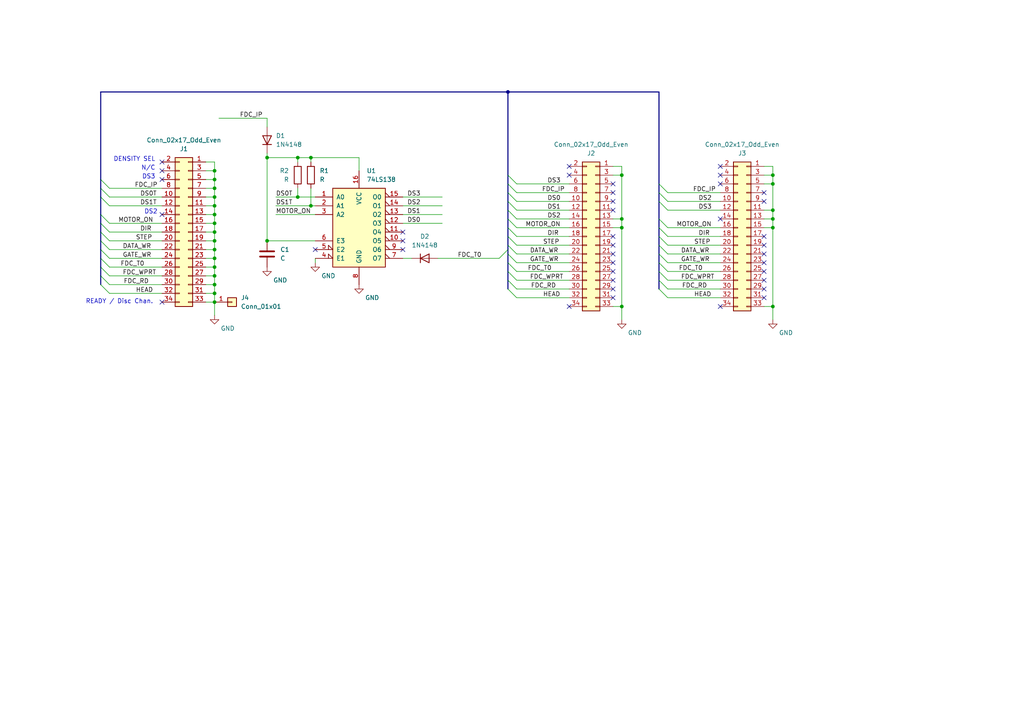
<source format=kicad_sch>
(kicad_sch (version 20230121) (generator eeschema)
  (paper "A4")
  (title_block (title "2 to 4 Disc Drive Adapter for Sinclair QL") (date "2024-01-16") (rev "00") (company "Alvaro Alea"))
  (lib_symbols
    (symbol "74xx:74LS138" (pin_names (offset 1.016))
      (property "Reference" "U" (at -7.62 11.43 0))
      (property "Value" "74LS138" (at -7.62 -13.97 0))
      (symbol "74LS138_1_0"
        (pin input line (at -12.7 7.62 0) (length 5.08) (name "A0") (number "1"))
        (pin output output_low (at 12.7 -5.08 180) (length 5.08) (name "O5") (number "10"))
        (pin output output_low (at 12.7 -2.54 180) (length 5.08) (name "O4") (number "11"))
        (pin output output_low (at 12.7 0 180) (length 5.08) (name "O3") (number "12"))
        (pin output output_low (at 12.7 2.54 180) (length 5.08) (name "O2") (number "13"))
        (pin output output_low (at 12.7 5.08 180) (length 5.08) (name "O1") (number "14"))
        (pin output output_low (at 12.7 7.62 180) (length 5.08) (name "O0") (number "15"))
        (pin power_in line (at 0 15.24 270) (length 5.08) (name "VCC") (number "16"))
        (pin input line (at -12.7 5.08 0) (length 5.08) (name "A1") (number "2"))
        (pin input line (at -12.7 2.54 0) (length 5.08) (name "A2") (number "3"))
        (pin input input_low (at -12.7 -10.16 0) (length 5.08) (name "E1") (number "4"))
        (pin input input_low (at -12.7 -7.62 0) (length 5.08) (name "E2") (number "5"))
        (pin input line (at -12.7 -5.08 0) (length 5.08) (name "E3") (number "6"))
        (pin output output_low (at 12.7 -10.16 180) (length 5.08) (name "O7") (number "7"))
        (pin power_in line (at 0 -17.78 90) (length 5.08) (name "GND") (number "8"))
        (pin output output_low (at 12.7 -7.62 180) (length 5.08) (name "O6") (number "9"))
      )
      (symbol "74LS138_1_1"
        (rectangle (start -7.62 10.16) (end 7.62 -12.7) (stroke (width 0.254)) (fill (type background)))
      )
    )
    (symbol "Connector_Generic:Conn_01x01" (pin_names (offset 1.016) hide)
      (property "Reference" "J" (at 0 2.54 0))
      (property "Value" "Conn_01x01" (at 0 -2.54 0))
      (symbol "Conn_01x01_1_1"
        (rectangle (start -1.27 0.127) (end 0 -0.127) (stroke (width 0.1524)))
        (rectangle (start -1.27 1.27) (end 1.27 -1.27) (stroke (width 0.254)) (fill (type background)))
        (pin passive line (at -5.08 0 0) (length 3.81) (name "Pin_1") (number "1"))
      )
    )
    (symbol "Connector_Generic:Conn_02x17_Odd_Even" (pin_names (offset 1.016) hide)
      (property "Reference" "J" (at 1.27 22.86 0))
      (property "Value" "Conn_02x17_Odd_Even" (at 1.27 -22.86 0))
      (symbol "Conn_02x17_Odd_Even_1_1"
        (rectangle (start -1.27 -20.193) (end 0 -20.447) (stroke (width 0.1524)))
        (rectangle (start -1.27 -17.653) (end 0 -17.907) (stroke (width 0.1524)))
        (rectangle (start -1.27 -15.113) (end 0 -15.367) (stroke (width 0.1524)))
        (rectangle (start -1.27 -12.573) (end 0 -12.827) (stroke (width 0.1524)))
        (rectangle (start -1.27 -10.033) (end 0 -10.287) (stroke (width 0.1524)))
        (rectangle (start -1.27 -7.493) (end 0 -7.747) (stroke (width 0.1524)))
        (rectangle (start -1.27 -4.953) (end 0 -5.207) (stroke (width 0.1524)))
        (rectangle (start -1.27 -2.413) (end 0 -2.667) (stroke (width 0.1524)))
        (rectangle (start -1.27 0.127) (end 0 -0.127) (stroke (width 0.1524)))
        (rectangle (start -1.27 2.667) (end 0 2.413) (stroke (width 0.1524)))
        (rectangle (start -1.27 5.207) (end 0 4.953) (stroke (width 0.1524)))
        (rectangle (start -1.27 7.747) (end 0 7.493) (stroke (width 0.1524)))
        (rectangle (start -1.27 10.287) (end 0 10.033) (stroke (width 0.1524)))
        (rectangle (start -1.27 12.827) (end 0 12.573) (stroke (width 0.1524)))
        (rectangle (start -1.27 15.367) (end 0 15.113) (stroke (width 0.1524)))
        (rectangle (start -1.27 17.907) (end 0 17.653) (stroke (width 0.1524)))
        (rectangle (start -1.27 20.447) (end 0 20.193) (stroke (width 0.1524)))
        (rectangle (start -1.27 21.59) (end 3.81 -21.59) (stroke (width 0.254)) (fill (type background)))
        (rectangle (start 3.81 -20.193) (end 2.54 -20.447) (stroke (width 0.1524)))
        (rectangle (start 3.81 -17.653) (end 2.54 -17.907) (stroke (width 0.1524)))
        (rectangle (start 3.81 -15.113) (end 2.54 -15.367) (stroke (width 0.1524)))
        (rectangle (start 3.81 -12.573) (end 2.54 -12.827) (stroke (width 0.1524)))
        (rectangle (start 3.81 -10.033) (end 2.54 -10.287) (stroke (width 0.1524)))
        (rectangle (start 3.81 -7.493) (end 2.54 -7.747) (stroke (width 0.1524)))
        (rectangle (start 3.81 -4.953) (end 2.54 -5.207) (stroke (width 0.1524)))
        (rectangle (start 3.81 -2.413) (end 2.54 -2.667) (stroke (width 0.1524)))
        (rectangle (start 3.81 0.127) (end 2.54 -0.127) (stroke (width 0.1524)))
        (rectangle (start 3.81 2.667) (end 2.54 2.413) (stroke (width 0.1524)))
        (rectangle (start 3.81 5.207) (end 2.54 4.953) (stroke (width 0.1524)))
        (rectangle (start 3.81 7.747) (end 2.54 7.493) (stroke (width 0.1524)))
        (rectangle (start 3.81 10.287) (end 2.54 10.033) (stroke (width 0.1524)))
        (rectangle (start 3.81 12.827) (end 2.54 12.573) (stroke (width 0.1524)))
        (rectangle (start 3.81 15.367) (end 2.54 15.113) (stroke (width 0.1524)))
        (rectangle (start 3.81 17.907) (end 2.54 17.653) (stroke (width 0.1524)))
        (rectangle (start 3.81 20.447) (end 2.54 20.193) (stroke (width 0.1524)))
        (pin passive line (at -5.08 20.32 0) (length 3.81) (name "Pin_1") (number "1"))
        (pin passive line (at 7.62 10.16 180) (length 3.81) (name "Pin_10") (number "10"))
        (pin passive line (at -5.08 7.62 0) (length 3.81) (name "Pin_11") (number "11"))
        (pin passive line (at 7.62 7.62 180) (length 3.81) (name "Pin_12") (number "12"))
        (pin passive line (at -5.08 5.08 0) (length 3.81) (name "Pin_13") (number "13"))
        (pin passive line (at 7.62 5.08 180) (length 3.81) (name "Pin_14") (number "14"))
        (pin passive line (at -5.08 2.54 0) (length 3.81) (name "Pin_15") (number "15"))
        (pin passive line (at 7.62 2.54 180) (length 3.81) (name "Pin_16") (number "16"))
        (pin passive line (at -5.08 0 0) (length 3.81) (name "Pin_17") (number "17"))
        (pin passive line (at 7.62 0 180) (length 3.81) (name "Pin_18") (number "18"))
        (pin passive line (at -5.08 -2.54 0) (length 3.81) (name "Pin_19") (number "19"))
        (pin passive line (at 7.62 20.32 180) (length 3.81) (name "Pin_2") (number "2"))
        (pin passive line (at 7.62 -2.54 180) (length 3.81) (name "Pin_20") (number "20"))
        (pin passive line (at -5.08 -5.08 0) (length 3.81) (name "Pin_21") (number "21"))
        (pin passive line (at 7.62 -5.08 180) (length 3.81) (name "Pin_22") (number "22"))
        (pin passive line (at -5.08 -7.62 0) (length 3.81) (name "Pin_23") (number "23"))
        (pin passive line (at 7.62 -7.62 180) (length 3.81) (name "Pin_24") (number "24"))
        (pin passive line (at -5.08 -10.16 0) (length 3.81) (name "Pin_25") (number "25"))
        (pin passive line (at 7.62 -10.16 180) (length 3.81) (name "Pin_26") (number "26"))
        (pin passive line (at -5.08 -12.7 0) (length 3.81) (name "Pin_27") (number "27"))
        (pin passive line (at 7.62 -12.7 180) (length 3.81) (name "Pin_28") (number "28"))
        (pin passive line (at -5.08 -15.24 0) (length 3.81) (name "Pin_29") (number "29"))
        (pin passive line (at -5.08 17.78 0) (length 3.81) (name "Pin_3") (number "3"))
        (pin passive line (at 7.62 -15.24 180) (length 3.81) (name "Pin_30") (number "30"))
        (pin passive line (at -5.08 -17.78 0) (length 3.81) (name "Pin_31") (number "31"))
        (pin passive line (at 7.62 -17.78 180) (length 3.81) (name "Pin_32") (number "32"))
        (pin passive line (at -5.08 -20.32 0) (length 3.81) (name "Pin_33") (number "33"))
        (pin passive line (at 7.62 -20.32 180) (length 3.81) (name "Pin_34") (number "34"))
        (pin passive line (at 7.62 17.78 180) (length 3.81) (name "Pin_4") (number "4"))
        (pin passive line (at -5.08 15.24 0) (length 3.81) (name "Pin_5") (number "5"))
        (pin passive line (at 7.62 15.24 180) (length 3.81) (name "Pin_6") (number "6"))
        (pin passive line (at -5.08 12.7 0) (length 3.81) (name "Pin_7") (number "7"))
        (pin passive line (at 7.62 12.7 180) (length 3.81) (name "Pin_8") (number "8"))
        (pin passive line (at -5.08 10.16 0) (length 3.81) (name "Pin_9") (number "9"))
      )
    )
    (symbol "Device:C" (pin_numbers hide) (pin_names (offset 0.254))
      (property "Reference" "C" (at 0.635 2.54 0))
      (property "Value" "C" (at 0.635 -2.54 0))
      (symbol "C_0_1"
        (polyline (pts (xy -2.032 -0.762) (xy 2.032 -0.762)) (stroke (width 0.508)))
        (polyline (pts (xy -2.032 0.762) (xy 2.032 0.762)) (stroke (width 0.508)))
      )
      (symbol "C_1_1"
        (pin passive line (at 0 3.81 270) (length 2.794) (name "~") (number "1"))
        (pin passive line (at 0 -3.81 90) (length 2.794) (name "~") (number "2"))
      )
    )
    (symbol "Device:R" (pin_numbers hide) (pin_names (offset 0))
      (property "Reference" "R" (at 2.032 0 90))
      (property "Value" "R" (at 0 0 90))
      (symbol "R_0_1"
        (rectangle (start -1.016 -2.54) (end 1.016 2.54) (stroke (width 0.254)))
      )
      (symbol "R_1_1"
        (pin passive line (at 0 3.81 270) (length 1.27) (name "~") (number "1"))
        (pin passive line (at 0 -3.81 90) (length 1.27) (name "~") (number "2"))
      )
    )
    (symbol "Diode:1N4148" (pin_numbers hide) (pin_names hide)
      (property "Reference" "D" (at 0 2.54 0))
      (property "Value" "1N4148" (at 0 -2.54 0))
      (symbol "1N4148_0_1"
        (polyline (pts (xy -1.27 1.27) (xy -1.27 -1.27)) (stroke (width 0.254)))
        (polyline (pts (xy 1.27 0) (xy -1.27 0)))
        (polyline (pts (xy 1.27 1.27) (xy 1.27 -1.27) (xy -1.27 0) (xy 1.27 1.27)) (stroke (width 0.254)))
      )
      (symbol "1N4148_1_1"
        (pin passive line (at -3.81 0 0) (length 2.54) (name "K") (number "1"))
        (pin passive line (at 3.81 0 180) (length 2.54) (name "A") (number "2"))
      )
    )
    (symbol "power:GND" (power) (pin_names (offset 0))
      (property "Value" "GND" (at 0 -3.81 0))
      (symbol "GND_0_1"
        (polyline (pts (xy 0 0) (xy 0 -1.27) (xy 1.27 -1.27) (xy 0 -2.54) (xy -1.27 -1.27) (xy 0 -1.27)))
      )
      (symbol "GND_1_1"
        (pin power_in line (at 0 0 270) (length 0) hide (name "GND") (number "1"))
      )
    )
  )
  (junction (at 62.23 54.61))
  (junction (at 86.36 57.15))
  (junction (at 180.34 63.5))
  (junction (at 77.47 69.85))
  (junction (at 147.32 26.67))
  (junction (at 62.23 67.31))
  (junction (at 224.155 66.04))
  (junction (at 224.155 88.9))
  (junction (at 62.23 57.15))
  (junction (at 224.155 63.5))
  (junction (at 62.23 72.39))
  (junction (at 180.34 88.9))
  (junction (at 224.155 53.34))
  (junction (at 62.23 87.63))
  (junction (at 224.155 60.96))
  (junction (at 62.23 49.53))
  (junction (at 224.155 50.8))
  (junction (at 62.23 77.47))
  (junction (at 62.23 64.77))
  (junction (at 90.17 45.72))
  (junction (at 86.36 45.72))
  (junction (at 62.23 74.93))
  (junction (at 62.23 59.69))
  (junction (at 62.23 80.01))
  (junction (at 62.23 52.07))
  (junction (at 90.17 59.69))
  (junction (at 62.23 69.85))
  (junction (at 77.47 45.72))
  (junction (at 62.23 82.55))
  (junction (at 62.23 62.23))
  (junction (at 180.34 50.8))
  (junction (at 180.34 66.04))
  (junction (at 62.23 85.09))
  (no_connect (at 208.915 63.5))
  (no_connect (at 221.615 73.66))
  (no_connect (at 116.84 69.85))
  (no_connect (at 221.615 76.2))
  (no_connect (at 177.8 73.66))
  (no_connect (at 221.615 58.42))
  (no_connect (at 177.8 58.42))
  (no_connect (at 46.99 49.53))
  (no_connect (at 221.615 68.58))
  (no_connect (at 221.615 55.88))
  (no_connect (at 46.99 46.99))
  (no_connect (at 177.8 60.96))
  (no_connect (at 46.99 52.07))
  (no_connect (at 116.84 67.31))
  (no_connect (at 208.915 48.26))
  (no_connect (at 165.1 88.9))
  (no_connect (at 221.615 81.28))
  (no_connect (at 221.615 86.36))
  (no_connect (at 208.915 50.8))
  (no_connect (at 177.8 83.82))
  (no_connect (at 177.8 53.34))
  (no_connect (at 221.615 71.12))
  (no_connect (at 91.44 72.39))
  (no_connect (at 177.8 81.28))
  (no_connect (at 208.915 88.9))
  (no_connect (at 46.99 87.63))
  (no_connect (at 165.1 50.8))
  (no_connect (at 221.615 83.82))
  (no_connect (at 46.99 62.23))
  (no_connect (at 177.8 55.88))
  (no_connect (at 221.615 78.74))
  (no_connect (at 177.8 76.2))
  (no_connect (at 177.8 71.12))
  (no_connect (at 177.8 68.58))
  (no_connect (at 116.84 72.39))
  (no_connect (at 177.8 86.36))
  (no_connect (at 165.1 48.26))
  (no_connect (at 208.915 53.34))
  (no_connect (at 177.8 78.74))
  (bus_entry (at 191.135 78.74) (size 2.54 2.54))
  (bus_entry (at 191.135 83.82) (size 2.54 2.54))
  (bus_entry (at 147.32 78.74) (size 2.54 2.54))
  (bus_entry (at 147.32 81.28) (size 2.54 2.54))
  (bus_entry (at 147.32 72.39) (size -2.54 2.54))
  (bus_entry (at 29.21 54.61) (size 2.54 2.54))
  (bus_entry (at 191.135 81.28) (size 2.54 2.54))
  (bus_entry (at 191.135 73.66) (size 2.54 2.54))
  (bus_entry (at 191.135 71.12) (size 2.54 2.54))
  (bus_entry (at 147.32 83.82) (size 2.54 2.54))
  (bus_entry (at 191.135 55.88) (size 2.54 2.54))
  (bus_entry (at 191.135 53.34) (size 2.54 2.54))
  (bus_entry (at 191.135 58.42) (size 2.54 2.54))
  (bus_entry (at 29.21 67.31) (size 2.54 2.54))
  (bus_entry (at 147.32 58.42) (size 2.54 2.54))
  (bus_entry (at 29.21 72.39) (size 2.54 2.54))
  (bus_entry (at 29.21 69.85) (size 2.54 2.54))
  (bus_entry (at 147.32 50.8) (size 2.54 2.54))
  (bus_entry (at 191.135 68.58) (size 2.54 2.54))
  (bus_entry (at 147.32 60.96) (size 2.54 2.54))
  (bus_entry (at 29.21 52.07) (size 2.54 2.54))
  (bus_entry (at 147.32 53.34) (size 2.54 2.54))
  (bus_entry (at 29.21 57.15) (size 2.54 2.54))
  (bus_entry (at 29.21 80.01) (size 2.54 2.54))
  (bus_entry (at 147.32 63.5) (size 2.54 2.54))
  (bus_entry (at 191.135 66.04) (size 2.54 2.54))
  (bus_entry (at 147.32 55.88) (size 2.54 2.54))
  (bus_entry (at 191.135 63.5) (size 2.54 2.54))
  (bus_entry (at 147.32 68.58) (size 2.54 2.54))
  (bus_entry (at 29.21 74.93) (size 2.54 2.54))
  (bus_entry (at 29.21 82.55) (size 2.54 2.54))
  (bus_entry (at 29.21 77.47) (size 2.54 2.54))
  (bus_entry (at 29.21 62.23) (size 2.54 2.54))
  (bus_entry (at 147.32 73.66) (size 2.54 2.54))
  (bus_entry (at 147.32 66.04) (size 2.54 2.54))
  (bus_entry (at 147.32 71.12) (size 2.54 2.54))
  (bus_entry (at 191.135 76.2) (size 2.54 2.54))
  (bus_entry (at 147.32 76.2) (size 2.54 2.54))
  (bus_entry (at 29.21 64.77) (size 2.54 2.54))
  (bus (pts (xy 29.21 26.67) (xy 29.21 52.07)))
  (wire (pts (xy 59.69 72.39) (xy 62.23 72.39)))
  (wire (pts (xy 63.5 34.29) (xy 77.47 34.29)))
  (bus (pts (xy 147.32 26.67) (xy 29.21 26.67)))
  (wire (pts (xy 193.675 55.88) (xy 208.915 55.88)))
  (bus (pts (xy 147.32 71.12) (xy 147.32 68.58)))
  (wire (pts (xy 31.75 67.31) (xy 46.99 67.31)))
  (wire (pts (xy 221.615 48.26) (xy 224.155 48.26)))
  (wire (pts (xy 221.615 60.96) (xy 224.155 60.96)))
  (wire (pts (xy 193.675 60.96) (xy 208.915 60.96)))
  (wire (pts (xy 177.8 50.8) (xy 180.34 50.8)))
  (wire (pts (xy 62.23 80.01) (xy 62.23 82.55)))
  (wire (pts (xy 224.155 53.34) (xy 224.155 60.96)))
  (wire (pts (xy 59.69 46.99) (xy 62.23 46.99)))
  (bus (pts (xy 191.135 55.88) (xy 191.135 53.34)))
  (bus (pts (xy 29.21 57.15) (xy 29.21 62.23)))
  (bus (pts (xy 191.135 66.04) (xy 191.135 63.5)))
  (wire (pts (xy 221.615 88.9) (xy 224.155 88.9)))
  (bus (pts (xy 191.135 58.42) (xy 191.135 55.88)))
  (bus (pts (xy 29.21 80.01) (xy 29.21 82.55)))
  (wire (pts (xy 77.47 44.45) (xy 77.47 45.72)))
  (wire (pts (xy 221.615 53.34) (xy 224.155 53.34)))
  (wire (pts (xy 149.86 58.42) (xy 165.1 58.42)))
  (wire (pts (xy 149.86 53.34) (xy 165.1 53.34)))
  (wire (pts (xy 104.14 45.72) (xy 104.14 49.53)))
  (wire (pts (xy 180.34 50.8) (xy 180.34 63.5)))
  (wire (pts (xy 149.86 83.82) (xy 165.1 83.82)))
  (wire (pts (xy 177.8 48.26) (xy 180.34 48.26)))
  (wire (pts (xy 193.675 68.58) (xy 208.915 68.58)))
  (wire (pts (xy 59.69 49.53) (xy 62.23 49.53)))
  (wire (pts (xy 77.47 69.85) (xy 77.47 45.72)))
  (bus (pts (xy 29.21 54.61) (xy 29.21 52.07)))
  (wire (pts (xy 116.84 64.77) (xy 128.27 64.77)))
  (bus (pts (xy 191.135 71.12) (xy 191.135 68.58)))
  (wire (pts (xy 62.23 69.85) (xy 62.23 67.31)))
  (wire (pts (xy 31.75 77.47) (xy 46.99 77.47)))
  (wire (pts (xy 86.36 57.15) (xy 91.44 57.15)))
  (wire (pts (xy 193.675 66.04) (xy 208.915 66.04)))
  (bus (pts (xy 29.21 80.01) (xy 29.21 77.47)))
  (bus (pts (xy 147.32 50.8) (xy 147.32 53.34)))
  (wire (pts (xy 149.86 63.5) (xy 165.1 63.5)))
  (wire (pts (xy 59.69 57.15) (xy 62.23 57.15)))
  (wire (pts (xy 31.75 57.15) (xy 46.99 57.15)))
  (wire (pts (xy 80.01 59.69) (xy 90.17 59.69)))
  (wire (pts (xy 31.75 85.09) (xy 46.99 85.09)))
  (wire (pts (xy 177.8 63.5) (xy 180.34 63.5)))
  (wire (pts (xy 149.86 55.88) (xy 165.1 55.88)))
  (wire (pts (xy 90.17 45.72) (xy 90.17 46.99)))
  (bus (pts (xy 147.32 71.12) (xy 147.32 72.39)))
  (bus (pts (xy 191.135 81.28) (xy 191.135 83.82)))
  (wire (pts (xy 59.69 59.69) (xy 62.23 59.69)))
  (bus (pts (xy 191.135 26.67) (xy 191.135 53.34)))
  (wire (pts (xy 224.155 60.96) (xy 224.155 63.5)))
  (wire (pts (xy 177.8 66.04) (xy 180.34 66.04)))
  (bus (pts (xy 147.32 55.88) (xy 147.32 53.34)))
  (wire (pts (xy 62.23 57.15) (xy 62.23 59.69)))
  (bus (pts (xy 147.32 60.96) (xy 147.32 63.5)))
  (bus (pts (xy 147.32 58.42) (xy 147.32 55.88)))
  (wire (pts (xy 31.75 64.77) (xy 46.99 64.77)))
  (wire (pts (xy 149.86 66.04) (xy 165.1 66.04)))
  (bus (pts (xy 147.32 81.28) (xy 147.32 83.82)))
  (wire (pts (xy 59.69 62.23) (xy 62.23 62.23)))
  (wire (pts (xy 62.23 49.53) (xy 62.23 52.07)))
  (bus (pts (xy 147.32 60.96) (xy 147.32 58.42)))
  (wire (pts (xy 149.86 73.66) (xy 165.1 73.66)))
  (bus (pts (xy 191.135 78.74) (xy 191.135 76.2)))
  (wire (pts (xy 149.86 76.2) (xy 165.1 76.2)))
  (wire (pts (xy 80.01 62.23) (xy 91.44 62.23)))
  (wire (pts (xy 59.69 80.01) (xy 62.23 80.01)))
  (wire (pts (xy 127 74.93) (xy 144.78 74.93)))
  (wire (pts (xy 224.155 66.04) (xy 224.155 88.9)))
  (bus (pts (xy 147.32 72.39) (xy 147.32 73.66)))
  (wire (pts (xy 59.69 64.77) (xy 62.23 64.77)))
  (wire (pts (xy 59.69 54.61) (xy 62.23 54.61)))
  (wire (pts (xy 31.75 74.93) (xy 46.99 74.93)))
  (wire (pts (xy 62.23 72.39) (xy 62.23 69.85)))
  (bus (pts (xy 191.135 76.2) (xy 191.135 73.66)))
  (wire (pts (xy 149.86 60.96) (xy 165.1 60.96)))
  (bus (pts (xy 191.135 81.28) (xy 191.135 78.74)))
  (wire (pts (xy 31.75 82.55) (xy 46.99 82.55)))
  (wire (pts (xy 116.84 62.23) (xy 128.27 62.23)))
  (wire (pts (xy 31.75 80.01) (xy 46.99 80.01)))
  (wire (pts (xy 224.155 66.04) (xy 224.155 63.5)))
  (wire (pts (xy 77.47 69.85) (xy 91.44 69.85)))
  (bus (pts (xy 147.32 66.04) (xy 147.32 63.5)))
  (bus (pts (xy 147.32 78.74) (xy 147.32 76.2)))
  (wire (pts (xy 180.34 66.04) (xy 180.34 63.5)))
  (wire (pts (xy 31.75 69.85) (xy 46.99 69.85)))
  (wire (pts (xy 180.34 48.26) (xy 180.34 50.8)))
  (bus (pts (xy 29.21 57.15) (xy 29.21 54.61)))
  (wire (pts (xy 77.47 45.72) (xy 86.36 45.72)))
  (wire (pts (xy 62.23 87.63) (xy 62.23 91.44)))
  (wire (pts (xy 62.23 77.47) (xy 62.23 80.01)))
  (wire (pts (xy 221.615 63.5) (xy 224.155 63.5)))
  (wire (pts (xy 31.75 72.39) (xy 46.99 72.39)))
  (wire (pts (xy 86.36 54.61) (xy 86.36 57.15)))
  (wire (pts (xy 86.36 45.72) (xy 90.17 45.72)))
  (bus (pts (xy 191.135 26.67) (xy 147.32 26.67)))
  (bus (pts (xy 29.21 69.85) (xy 29.21 72.39)))
  (wire (pts (xy 193.675 73.66) (xy 208.915 73.66)))
  (wire (pts (xy 90.17 54.61) (xy 90.17 59.69)))
  (bus (pts (xy 147.32 76.2) (xy 147.32 73.66)))
  (wire (pts (xy 193.675 81.28) (xy 208.915 81.28)))
  (wire (pts (xy 149.86 71.12) (xy 165.1 71.12)))
  (wire (pts (xy 149.86 78.74) (xy 165.1 78.74)))
  (wire (pts (xy 116.84 74.93) (xy 119.38 74.93)))
  (bus (pts (xy 191.135 58.42) (xy 191.135 63.5)))
  (wire (pts (xy 116.84 59.69) (xy 128.27 59.69)))
  (bus (pts (xy 29.21 69.85) (xy 29.21 67.31)))
  (bus (pts (xy 29.21 67.31) (xy 29.21 64.77)))
  (wire (pts (xy 224.155 50.8) (xy 224.155 53.34)))
  (wire (pts (xy 149.86 86.36) (xy 165.1 86.36)))
  (wire (pts (xy 77.47 36.83) (xy 77.47 34.29)))
  (bus (pts (xy 147.32 81.28) (xy 147.32 78.74)))
  (wire (pts (xy 62.23 59.69) (xy 62.23 62.23)))
  (wire (pts (xy 62.23 64.77) (xy 62.23 62.23)))
  (wire (pts (xy 59.69 52.07) (xy 62.23 52.07)))
  (wire (pts (xy 62.23 87.63) (xy 62.23 85.09)))
  (wire (pts (xy 59.69 74.93) (xy 62.23 74.93)))
  (wire (pts (xy 62.23 74.93) (xy 62.23 72.39)))
  (wire (pts (xy 62.23 52.07) (xy 62.23 54.61)))
  (wire (pts (xy 180.34 66.04) (xy 180.34 88.9)))
  (wire (pts (xy 193.675 71.12) (xy 208.915 71.12)))
  (wire (pts (xy 62.23 46.99) (xy 62.23 49.53)))
  (wire (pts (xy 149.86 81.28) (xy 165.1 81.28)))
  (wire (pts (xy 62.23 82.55) (xy 62.23 85.09)))
  (wire (pts (xy 149.86 68.58) (xy 165.1 68.58)))
  (wire (pts (xy 62.23 67.31) (xy 62.23 64.77)))
  (wire (pts (xy 80.01 57.15) (xy 86.36 57.15)))
  (bus (pts (xy 147.32 26.67) (xy 147.32 50.8)))
  (wire (pts (xy 90.17 45.72) (xy 104.14 45.72)))
  (wire (pts (xy 193.675 78.74) (xy 208.915 78.74)))
  (wire (pts (xy 180.34 88.9) (xy 180.34 92.71)))
  (wire (pts (xy 224.155 48.26) (xy 224.155 50.8)))
  (wire (pts (xy 59.69 85.09) (xy 62.23 85.09)))
  (bus (pts (xy 191.135 68.58) (xy 191.135 66.04)))
  (wire (pts (xy 86.36 45.72) (xy 86.36 46.99)))
  (wire (pts (xy 62.23 77.47) (xy 62.23 74.93)))
  (wire (pts (xy 193.675 76.2) (xy 208.915 76.2)))
  (wire (pts (xy 31.75 54.61) (xy 46.99 54.61)))
  (wire (pts (xy 221.615 66.04) (xy 224.155 66.04)))
  (bus (pts (xy 147.32 68.58) (xy 147.32 66.04)))
  (wire (pts (xy 193.675 86.36) (xy 208.915 86.36)))
  (wire (pts (xy 90.17 59.69) (xy 91.44 59.69)))
  (wire (pts (xy 224.155 88.9) (xy 224.155 92.71)))
  (wire (pts (xy 116.84 57.15) (xy 128.27 57.15)))
  (bus (pts (xy 29.21 77.47) (xy 29.21 74.93)))
  (wire (pts (xy 221.615 50.8) (xy 224.155 50.8)))
  (wire (pts (xy 31.75 59.69) (xy 46.99 59.69)))
  (wire (pts (xy 59.69 87.63) (xy 62.23 87.63)))
  (wire (pts (xy 193.675 58.42) (xy 208.915 58.42)))
  (wire (pts (xy 91.44 74.93) (xy 91.44 76.2)))
  (wire (pts (xy 193.675 83.82) (xy 208.915 83.82)))
  (wire (pts (xy 59.69 69.85) (xy 62.23 69.85)))
  (wire (pts (xy 62.23 54.61) (xy 62.23 57.15)))
  (wire (pts (xy 59.69 82.55) (xy 62.23 82.55)))
  (wire (pts (xy 59.69 67.31) (xy 62.23 67.31)))
  (wire (pts (xy 177.8 88.9) (xy 180.34 88.9)))
  (bus (pts (xy 29.21 64.77) (xy 29.21 62.23)))
  (bus (pts (xy 29.21 74.93) (xy 29.21 72.39)))
  (bus (pts (xy 191.135 71.12) (xy 191.135 73.66)))
  (wire (pts (xy 59.69 77.47) (xy 62.23 77.47)))
  (text "DS3" (at 45.085 52.07 0) (effects (font (size 1.27 1.27)) (justify right bottom)))
  (text "N/C" (at 45.085 49.53 0) (effects (font (size 1.27 1.27)) (justify right bottom)))
  (text "DS2" (at 45.72 62.23 0) (effects (font (size 1.27 1.27)) (justify right bottom)))
  (text "DENSITY SEL\n" (at 45.085 46.99 0) (effects (font (size 1.27 1.27)) (justify right bottom)))
  (text "READY / Disc Chan." (at 44.45 88.265 0) (effects (font (size 1.27 1.27)) (justify right bottom)))
  (label "STEP" (at 157.48 71.12 0))
  (label "DATA_WR" (at 153.67 73.66 0))
  (label "DS2" (at 118.11 59.69 0))
  (label "DS3" (at 158.75 53.34 0))
  (label "DS3" (at 118.11 57.15 0))
  (label "FDC_IP" (at 207.645 55.88 180))
  (label "DS3" (at 202.565 60.96 0))
  (label "FDC_T0" (at 139.7 74.93 180))
  (label "DS0T" (at 80.01 57.15 0))
  (label "DIR" (at 40.64 67.31 0))
  (label "DS2" (at 158.75 63.5 0))
  (label "FDC_WPRT" (at 35.56 80.01 0))
  (label "FDC_WPRT" (at 197.485 81.28 0))
  (label "DS0T" (at 40.64 57.15 0))
  (label "MOTOR_ON" (at 80.01 62.23 0))
  (label "FDC_RD" (at 43.18 82.55 180))
  (label "DATA_WR" (at 197.485 73.66 0))
  (label "STEP" (at 201.295 71.12 0))
  (label "DATA_WR" (at 35.56 72.39 0))
  (label "GATE_WR" (at 197.485 76.2 0))
  (label "DS0" (at 158.75 58.42 0))
  (label "HEAD" (at 157.48 86.36 0))
  (label "DS0" (at 118.11 64.77 0))
  (label "DS1" (at 118.11 62.23 0))
  (label "FDC_IP" (at 76.2 34.29 180))
  (label "HEAD" (at 201.295 86.36 0))
  (label "FDC_T0" (at 203.835 78.74 180))
  (label "FDC_RD" (at 161.29 83.82 180))
  (label "MOTOR_ON" (at 34.29 64.77 0))
  (label "GATE_WR" (at 153.67 76.2 0))
  (label "FDC_WPRT" (at 153.67 81.28 0))
  (label "FDC_IP" (at 45.72 54.61 180))
  (label "FDC_RD" (at 205.105 83.82 180))
  (label "FDC_T0" (at 41.91 77.47 180))
  (label "FDC_T0" (at 160.02 78.74 180))
  (label "DS1" (at 158.75 60.96 0))
  (label "HEAD" (at 39.37 85.09 0))
  (label "FDC_IP" (at 163.83 55.88 180))
  (label "DS1T" (at 40.64 59.69 0))
  (label "DIR" (at 158.75 68.58 0))
  (label "DS2" (at 202.565 58.42 0))
  (label "GATE_WR" (at 35.56 74.93 0))
  (label "DS1T" (at 80.01 59.69 0))
  (label "MOTOR_ON" (at 196.215 66.04 0))
  (label "STEP" (at 39.37 69.85 0))
  (label "MOTOR_ON" (at 152.4 66.04 0))
  (label "DIR" (at 202.565 68.58 0))
  (symbol (lib_id "Connector_Generic:Conn_02x17_Odd_Even") (at 216.535 68.58 0) (mirror y) (unit 1)
    (property "Reference" "J3" (at 215.265 44.45 0))
    (property "Value" "Conn_02x17_Odd_Even" (at 215.265 41.91 0))
    (property "Footprint" "Connector_PinHeader_2.54mm:PinHeader_2x17_P2.54mm_Horizontal" (effects hide))
  )
  (symbol (lib_id "Diode:1N4148") (at 123.19 74.93 0) (unit 1)
    (property "Reference" "D2" (at 123.19 68.58 0))
    (property "Value" "1N4148" (at 123.19 71.12 0))
    (property "Datasheet" "https://assets.nexperia.com/documents/data-sheet/1N4148_1N4448.pdf" (effects hide))
    (property "Sim.Device" "D" (effects hide))
    (property "Sim.Pins" "1=K 2=A" (effects hide))
  )
  (symbol (lib_id "Connector_Generic:Conn_02x17_Odd_Even") (at 172.72 68.58 0) (mirror y) (unit 1)
    (property "Reference" "J2" (at 171.45 44.45 0))
    (property "Value" "Conn_02x17_Odd_Even" (at 171.45 41.91 0))
    (property "Footprint" "Connector_PinHeader_2.54mm:PinHeader_2x17_P2.54mm_Vertical" (effects hide))
  )
  (symbol (lib_id "power:GND") (at 62.23 91.44 0) (mirror y) (unit 1)
    (property "Reference" "#PWR01" (effects hide))
    (property "Value" "GND" (at 66.04 95.25 0))
  )
  (symbol (lib_id "Diode:1N4148") (at 77.47 40.64 90) (unit 1)
    (property "Reference" "D1" (at 80.01 39.37 90) (effects (justify right)))
    (property "Value" "1N4148" (at 80.01 41.91 90) (effects (justify right)))
    (property "Footprint" "Diode_THT:D_DO-35_SOD27_P10.16mm_Horizontal" (effects hide))
    (property "Datasheet" "https://assets.nexperia.com/documents/data-sheet/1N4148_1N4448.pdf" (effects hide))
    (property "Sim.Device" "D" (effects hide))
    (property "Sim.Pins" "1=K 2=A" (effects hide))
  )
  (symbol (lib_id "74xx:74LS138") (at 104.14 64.77 0) (unit 1)
    (property "Reference" "U1" (at 106.3341 49.53 0) (effects (justify left)))
    (property "Value" "74LS138" (at 106.3341 52.07 0) (effects (justify left)))
    (property "Footprint" "Package_DIP:DIP-16_W7.62mm" (effects hide))
    (property "Datasheet" "http://www.ti.com/lit/gpn/sn74LS138" (effects hide))
  )
  (symbol (lib_id "Connector_Generic:Conn_01x01") (at 67.31 87.63 0) (unit 1)
    (property "Reference" "J4" (at 69.85 86.36 0) (effects (justify left)))
    (property "Value" "Conn_01x01" (at 69.85 88.9 0) (effects (justify left)))
    (property "Footprint" "Connector_Wire:SolderWire-0.127sqmm_1x01_D0.48mm_OD1mm" (effects hide))
  )
  (symbol (lib_id "power:GND") (at 224.155 92.71 0) (mirror y) (unit 1)
    (property "Reference" "#PWR03" (effects hide))
    (property "Value" "GND" (at 227.965 96.52 0))
  )
  (symbol (lib_id "power:GND") (at 91.44 76.2 0) (mirror y) (unit 1)
    (property "Reference" "#PWR06" (effects hide))
    (property "Value" "GND" (at 95.25 80.01 0))
  )
  (symbol (lib_id "power:GND") (at 104.14 82.55 0) (mirror y) (unit 1)
    (property "Reference" "#PWR04" (effects hide))
    (property "Value" "GND" (at 107.95 86.36 0))
  )
  (symbol (lib_id "power:GND") (at 77.47 77.47 0) (mirror y) (unit 1)
    (property "Reference" "#PWR05" (effects hide))
    (property "Value" "GND" (at 81.28 81.28 0))
  )
  (symbol (lib_id "Device:R") (at 90.17 50.8 0) (unit 1)
    (property "Reference" "R1" (at 92.71 49.53 0) (effects (justify left)))
    (property "Value" "R" (at 92.71 52.07 0) (effects (justify left)))
  )
  (symbol (lib_id "Device:C") (at 77.47 73.66 0) (unit 1)
    (property "Reference" "C1" (at 81.28 72.39 0) (effects (justify left)))
    (property "Value" "C" (at 81.28 74.93 0) (effects (justify left)))
    (property "Footprint" "Capacitor_THT:C_Disc_D7.5mm_W5.0mm_P10.00mm" (effects hide))
  )
  (symbol (lib_id "Connector_Generic:Conn_02x17_Odd_Even") (at 54.61 67.31 0) (mirror y) (unit 1)
    (property "Reference" "J1" (at 53.34 43.18 0))
    (property "Value" "Conn_02x17_Odd_Even" (at 53.34 40.64 0))
    (property "Footprint" "8bits:DIL_Cable_Female__2x17_P2.54mm_Horizontal_PCB_edge" (effects hide))
  )
  (symbol (lib_id "Device:R") (at 86.36 50.8 0) (mirror y) (unit 1)
    (property "Reference" "R2" (at 83.82 49.53 0) (effects (justify left)))
    (property "Value" "R" (at 83.82 52.07 0) (effects (justify left)))
  )
  (symbol (lib_id "power:GND") (at 180.34 92.71 0) (mirror y) (unit 1)
    (property "Reference" "#PWR02" (effects hide))
    (property "Value" "GND" (at 184.15 96.52 0))
  )
)
</source>
